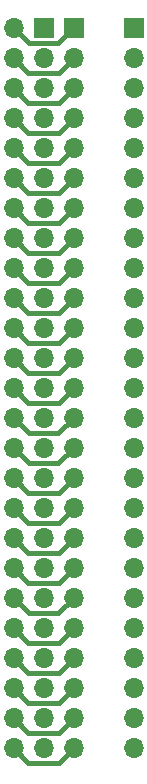
<source format=gbr>
%TF.GenerationSoftware,KiCad,Pcbnew,8.0.4*%
%TF.CreationDate,2024-08-17T03:05:55-04:00*%
%TF.ProjectId,50 pin ribbon adapter,35302070-696e-4207-9269-62626f6e2061,rev?*%
%TF.SameCoordinates,Original*%
%TF.FileFunction,Copper,L2,Bot*%
%TF.FilePolarity,Positive*%
%FSLAX46Y46*%
G04 Gerber Fmt 4.6, Leading zero omitted, Abs format (unit mm)*
G04 Created by KiCad (PCBNEW 8.0.4) date 2024-08-17 03:05:55*
%MOMM*%
%LPD*%
G01*
G04 APERTURE LIST*
%TA.AperFunction,ComponentPad*%
%ADD10R,1.700000X1.700000*%
%TD*%
%TA.AperFunction,ComponentPad*%
%ADD11O,1.700000X1.700000*%
%TD*%
%TA.AperFunction,Conductor*%
%ADD12C,0.400000*%
%TD*%
G04 APERTURE END LIST*
D10*
%TO.P,J2,1,Pin_1*%
%TO.N,Net-(J2-Pin_1)*%
X152400000Y-38100000D03*
D11*
%TO.P,J2,2,Pin_2*%
%TO.N,Net-(J2-Pin_2)*%
X152400000Y-40640000D03*
%TO.P,J2,3,Pin_3*%
%TO.N,Net-(J2-Pin_3)*%
X152400000Y-43180000D03*
%TO.P,J2,4,Pin_4*%
%TO.N,Net-(J2-Pin_4)*%
X152400000Y-45720000D03*
%TO.P,J2,5,Pin_5*%
%TO.N,Net-(J2-Pin_5)*%
X152400000Y-48260000D03*
%TO.P,J2,6,Pin_6*%
%TO.N,Net-(J2-Pin_6)*%
X152400000Y-50800000D03*
%TO.P,J2,7,Pin_7*%
%TO.N,Net-(J2-Pin_7)*%
X152400000Y-53340000D03*
%TO.P,J2,8,Pin_8*%
%TO.N,Net-(J2-Pin_8)*%
X152400000Y-55880000D03*
%TO.P,J2,9,Pin_9*%
%TO.N,Net-(J2-Pin_9)*%
X152400000Y-58420000D03*
%TO.P,J2,10,Pin_10*%
%TO.N,Net-(J2-Pin_10)*%
X152400000Y-60960000D03*
%TO.P,J2,11,Pin_11*%
%TO.N,Net-(J2-Pin_11)*%
X152400000Y-63500000D03*
%TO.P,J2,12,Pin_12*%
%TO.N,Net-(J2-Pin_12)*%
X152400000Y-66040000D03*
%TO.P,J2,13,Pin_13*%
%TO.N,Net-(J2-Pin_13)*%
X152400000Y-68580000D03*
%TO.P,J2,14,Pin_14*%
%TO.N,Net-(J2-Pin_14)*%
X152400000Y-71120000D03*
%TO.P,J2,15,Pin_15*%
%TO.N,Net-(J2-Pin_15)*%
X152400000Y-73660000D03*
%TO.P,J2,16,Pin_16*%
%TO.N,Net-(J2-Pin_16)*%
X152400000Y-76200000D03*
%TO.P,J2,17,Pin_17*%
%TO.N,Net-(J2-Pin_17)*%
X152400000Y-78740000D03*
%TO.P,J2,18,Pin_18*%
%TO.N,Net-(J2-Pin_18)*%
X152400000Y-81280000D03*
%TO.P,J2,19,Pin_19*%
%TO.N,Net-(J2-Pin_19)*%
X152400000Y-83820000D03*
%TO.P,J2,20,Pin_20*%
%TO.N,Net-(J2-Pin_20)*%
X152400000Y-86360000D03*
%TO.P,J2,21,Pin_21*%
%TO.N,Net-(J2-Pin_21)*%
X152400000Y-88900000D03*
%TO.P,J2,22,Pin_22*%
%TO.N,Net-(J2-Pin_22)*%
X152400000Y-91440000D03*
%TO.P,J2,23,Pin_23*%
%TO.N,Net-(J2-Pin_23)*%
X152400000Y-93980000D03*
%TO.P,J2,24,Pin_24*%
%TO.N,Net-(J2-Pin_24)*%
X152400000Y-96520000D03*
%TO.P,J2,25,Pin_25*%
%TO.N,Net-(J2-Pin_25)*%
X152400000Y-99060000D03*
%TD*%
D10*
%TO.P,J1,1,Pin_1*%
%TO.N,Net-(J1-Pin_1)*%
X147320000Y-38100000D03*
D11*
%TO.P,J1,2,Pin_2*%
%TO.N,Net-(J1-Pin_2)*%
X147320000Y-40640000D03*
%TO.P,J1,3,Pin_3*%
%TO.N,Net-(J1-Pin_3)*%
X147320000Y-43180000D03*
%TO.P,J1,4,Pin_4*%
%TO.N,Net-(J1-Pin_4)*%
X147320000Y-45720000D03*
%TO.P,J1,5,Pin_5*%
%TO.N,Net-(J1-Pin_5)*%
X147320000Y-48260000D03*
%TO.P,J1,6,Pin_6*%
%TO.N,Net-(J1-Pin_6)*%
X147320000Y-50800000D03*
%TO.P,J1,7,Pin_7*%
%TO.N,Net-(J1-Pin_7)*%
X147320000Y-53340000D03*
%TO.P,J1,8,Pin_8*%
%TO.N,Net-(J1-Pin_8)*%
X147320000Y-55880000D03*
%TO.P,J1,9,Pin_9*%
%TO.N,Net-(J1-Pin_9)*%
X147320000Y-58420000D03*
%TO.P,J1,10,Pin_10*%
%TO.N,Net-(J1-Pin_10)*%
X147320000Y-60960000D03*
%TO.P,J1,11,Pin_11*%
%TO.N,Net-(J1-Pin_11)*%
X147320000Y-63500000D03*
%TO.P,J1,12,Pin_12*%
%TO.N,Net-(J1-Pin_12)*%
X147320000Y-66040000D03*
%TO.P,J1,13,Pin_13*%
%TO.N,Net-(J1-Pin_13)*%
X147320000Y-68580000D03*
%TO.P,J1,14,Pin_14*%
%TO.N,Net-(J1-Pin_14)*%
X147320000Y-71120000D03*
%TO.P,J1,15,Pin_15*%
%TO.N,Net-(J1-Pin_15)*%
X147320000Y-73660000D03*
%TO.P,J1,16,Pin_16*%
%TO.N,Net-(J1-Pin_16)*%
X147320000Y-76200000D03*
%TO.P,J1,17,Pin_17*%
%TO.N,Net-(J1-Pin_17)*%
X147320000Y-78740000D03*
%TO.P,J1,18,Pin_18*%
%TO.N,Net-(J1-Pin_18)*%
X147320000Y-81280000D03*
%TO.P,J1,19,Pin_19*%
%TO.N,Net-(J1-Pin_19)*%
X147320000Y-83820000D03*
%TO.P,J1,20,Pin_20*%
%TO.N,Net-(J1-Pin_20)*%
X147320000Y-86360000D03*
%TO.P,J1,21,Pin_21*%
%TO.N,Net-(J1-Pin_21)*%
X147320000Y-88900000D03*
%TO.P,J1,22,Pin_22*%
%TO.N,Net-(J1-Pin_22)*%
X147320000Y-91440000D03*
%TO.P,J1,23,Pin_23*%
%TO.N,Net-(J1-Pin_23)*%
X147320000Y-93980000D03*
%TO.P,J1,24,Pin_24*%
%TO.N,Net-(J1-Pin_24)*%
X147320000Y-96520000D03*
%TO.P,J1,25,Pin_25*%
%TO.N,Net-(J1-Pin_25)*%
X147320000Y-99060000D03*
%TD*%
D10*
%TO.P,J3,1,Pin_1*%
%TO.N,Net-(J2-Pin_1)*%
X144780000Y-38100000D03*
D11*
%TO.P,J3,2,Pin_2*%
%TO.N,Net-(J1-Pin_1)*%
X142240000Y-38100000D03*
%TO.P,J3,3,Pin_3*%
%TO.N,Net-(J2-Pin_2)*%
X144780000Y-40640000D03*
%TO.P,J3,4,Pin_4*%
%TO.N,Net-(J1-Pin_2)*%
X142240000Y-40640000D03*
%TO.P,J3,5,Pin_5*%
%TO.N,Net-(J2-Pin_3)*%
X144780000Y-43180000D03*
%TO.P,J3,6,Pin_6*%
%TO.N,Net-(J1-Pin_3)*%
X142240000Y-43180000D03*
%TO.P,J3,7,Pin_7*%
%TO.N,Net-(J2-Pin_4)*%
X144780000Y-45720000D03*
%TO.P,J3,8,Pin_8*%
%TO.N,Net-(J1-Pin_4)*%
X142240000Y-45720000D03*
%TO.P,J3,9,Pin_9*%
%TO.N,Net-(J2-Pin_5)*%
X144780000Y-48260000D03*
%TO.P,J3,10,Pin_10*%
%TO.N,Net-(J1-Pin_5)*%
X142240000Y-48260000D03*
%TO.P,J3,11,Pin_11*%
%TO.N,Net-(J2-Pin_6)*%
X144780000Y-50800000D03*
%TO.P,J3,12,Pin_12*%
%TO.N,Net-(J1-Pin_6)*%
X142240000Y-50800000D03*
%TO.P,J3,13,Pin_13*%
%TO.N,Net-(J2-Pin_7)*%
X144780000Y-53340000D03*
%TO.P,J3,14,Pin_14*%
%TO.N,Net-(J1-Pin_7)*%
X142240000Y-53340000D03*
%TO.P,J3,15,Pin_15*%
%TO.N,Net-(J2-Pin_8)*%
X144780000Y-55880000D03*
%TO.P,J3,16,Pin_16*%
%TO.N,Net-(J1-Pin_8)*%
X142240000Y-55880000D03*
%TO.P,J3,17,Pin_17*%
%TO.N,Net-(J2-Pin_9)*%
X144780000Y-58420000D03*
%TO.P,J3,18,Pin_18*%
%TO.N,Net-(J1-Pin_9)*%
X142240000Y-58420000D03*
%TO.P,J3,19,Pin_19*%
%TO.N,Net-(J2-Pin_10)*%
X144780000Y-60960000D03*
%TO.P,J3,20,Pin_20*%
%TO.N,Net-(J1-Pin_10)*%
X142240000Y-60960000D03*
%TO.P,J3,21,Pin_21*%
%TO.N,Net-(J2-Pin_11)*%
X144780000Y-63500000D03*
%TO.P,J3,22,Pin_22*%
%TO.N,Net-(J1-Pin_11)*%
X142240000Y-63500000D03*
%TO.P,J3,23,Pin_23*%
%TO.N,Net-(J2-Pin_12)*%
X144780000Y-66040000D03*
%TO.P,J3,24,Pin_24*%
%TO.N,Net-(J1-Pin_12)*%
X142240000Y-66040000D03*
%TO.P,J3,25,Pin_25*%
%TO.N,Net-(J2-Pin_13)*%
X144780000Y-68580000D03*
%TO.P,J3,26,Pin_26*%
%TO.N,Net-(J1-Pin_13)*%
X142240000Y-68580000D03*
%TO.P,J3,27,Pin_27*%
%TO.N,Net-(J2-Pin_14)*%
X144780000Y-71120000D03*
%TO.P,J3,28,Pin_28*%
%TO.N,Net-(J1-Pin_14)*%
X142240000Y-71120000D03*
%TO.P,J3,29,Pin_29*%
%TO.N,Net-(J2-Pin_15)*%
X144780000Y-73660000D03*
%TO.P,J3,30,Pin_30*%
%TO.N,Net-(J1-Pin_15)*%
X142240000Y-73660000D03*
%TO.P,J3,31,Pin_31*%
%TO.N,Net-(J2-Pin_16)*%
X144780000Y-76200000D03*
%TO.P,J3,32,Pin_32*%
%TO.N,Net-(J1-Pin_16)*%
X142240000Y-76200000D03*
%TO.P,J3,33,Pin_33*%
%TO.N,Net-(J2-Pin_17)*%
X144780000Y-78740000D03*
%TO.P,J3,34,Pin_34*%
%TO.N,Net-(J1-Pin_17)*%
X142240000Y-78740000D03*
%TO.P,J3,35,Pin_35*%
%TO.N,Net-(J2-Pin_18)*%
X144780000Y-81280000D03*
%TO.P,J3,36,Pin_36*%
%TO.N,Net-(J1-Pin_18)*%
X142240000Y-81280000D03*
%TO.P,J3,37,Pin_37*%
%TO.N,Net-(J2-Pin_19)*%
X144780000Y-83820000D03*
%TO.P,J3,38,Pin_38*%
%TO.N,Net-(J1-Pin_19)*%
X142240000Y-83820000D03*
%TO.P,J3,39,Pin_39*%
%TO.N,Net-(J2-Pin_20)*%
X144780000Y-86360000D03*
%TO.P,J3,40,Pin_40*%
%TO.N,Net-(J1-Pin_20)*%
X142240000Y-86360000D03*
%TO.P,J3,41,Pin_41*%
%TO.N,Net-(J2-Pin_21)*%
X144780000Y-88900000D03*
%TO.P,J3,42,Pin_42*%
%TO.N,Net-(J1-Pin_21)*%
X142240000Y-88900000D03*
%TO.P,J3,43,Pin_43*%
%TO.N,Net-(J2-Pin_22)*%
X144780000Y-91440000D03*
%TO.P,J3,44,Pin_44*%
%TO.N,Net-(J1-Pin_22)*%
X142240000Y-91440000D03*
%TO.P,J3,45,Pin_45*%
%TO.N,Net-(J2-Pin_23)*%
X144780000Y-93980000D03*
%TO.P,J3,46,Pin_46*%
%TO.N,Net-(J1-Pin_23)*%
X142240000Y-93980000D03*
%TO.P,J3,47,Pin_47*%
%TO.N,Net-(J2-Pin_24)*%
X144780000Y-96520000D03*
%TO.P,J3,48,Pin_48*%
%TO.N,Net-(J1-Pin_24)*%
X142240000Y-96520000D03*
%TO.P,J3,49,Pin_49*%
%TO.N,Net-(J2-Pin_25)*%
X144780000Y-99060000D03*
%TO.P,J3,50,Pin_50*%
%TO.N,Net-(J1-Pin_25)*%
X142240000Y-99060000D03*
%TD*%
D12*
%TO.N,Net-(J1-Pin_1)*%
X143530000Y-39390000D02*
X142240000Y-38100000D01*
X147320000Y-38100000D02*
X146030000Y-39390000D01*
X146030000Y-39390000D02*
X143530000Y-39390000D01*
%TO.N,Net-(J1-Pin_2)*%
X147320000Y-40640000D02*
X146070000Y-41890000D01*
X143490000Y-41890000D02*
X142240000Y-40640000D01*
X146070000Y-41890000D02*
X143490000Y-41890000D01*
%TO.N,Net-(J1-Pin_3)*%
X147320000Y-43180000D02*
X146070000Y-44430000D01*
X143490000Y-44430000D02*
X142240000Y-43180000D01*
X146070000Y-44430000D02*
X143490000Y-44430000D01*
%TO.N,Net-(J1-Pin_4)*%
X143490000Y-46970000D02*
X142240000Y-45720000D01*
X146070000Y-46970000D02*
X143490000Y-46970000D01*
X147320000Y-45720000D02*
X146070000Y-46970000D01*
%TO.N,Net-(J1-Pin_5)*%
X146070000Y-49510000D02*
X143490000Y-49510000D01*
X143490000Y-49510000D02*
X142240000Y-48260000D01*
X147320000Y-48260000D02*
X146070000Y-49510000D01*
%TO.N,Net-(J1-Pin_6)*%
X143490000Y-52050000D02*
X142240000Y-50800000D01*
X146070000Y-52050000D02*
X143490000Y-52050000D01*
X147320000Y-50800000D02*
X146070000Y-52050000D01*
%TO.N,Net-(J1-Pin_7)*%
X147320000Y-53340000D02*
X146070000Y-54590000D01*
X143490000Y-54590000D02*
X142240000Y-53340000D01*
X146070000Y-54590000D02*
X143490000Y-54590000D01*
%TO.N,Net-(J1-Pin_8)*%
X143490000Y-57130000D02*
X142240000Y-55880000D01*
X147320000Y-55880000D02*
X146070000Y-57130000D01*
X146070000Y-57130000D02*
X143490000Y-57130000D01*
%TO.N,Net-(J1-Pin_9)*%
X147320000Y-58420000D02*
X146070000Y-59670000D01*
X143490000Y-59670000D02*
X142240000Y-58420000D01*
X146070000Y-59670000D02*
X143490000Y-59670000D01*
%TO.N,Net-(J1-Pin_10)*%
X143490000Y-62210000D02*
X142240000Y-60960000D01*
X147320000Y-60960000D02*
X146070000Y-62210000D01*
X146070000Y-62210000D02*
X143490000Y-62210000D01*
%TO.N,Net-(J1-Pin_11)*%
X146070000Y-64750000D02*
X143490000Y-64750000D01*
X147320000Y-63500000D02*
X146070000Y-64750000D01*
X143490000Y-64750000D02*
X142240000Y-63500000D01*
%TO.N,Net-(J1-Pin_12)*%
X143490000Y-67290000D02*
X142240000Y-66040000D01*
X146070000Y-67290000D02*
X143490000Y-67290000D01*
X147320000Y-66040000D02*
X146070000Y-67290000D01*
%TO.N,Net-(J1-Pin_13)*%
X142240000Y-68580000D02*
X143490000Y-69830000D01*
X143490000Y-69830000D02*
X146070000Y-69830000D01*
X146070000Y-69830000D02*
X147320000Y-68580000D01*
%TO.N,Net-(J1-Pin_14)*%
X147320000Y-71120000D02*
X146030000Y-72410000D01*
X146030000Y-72410000D02*
X143530000Y-72410000D01*
X143530000Y-72410000D02*
X142240000Y-71120000D01*
%TO.N,Net-(J1-Pin_15)*%
X142240000Y-73660000D02*
X143530000Y-74950000D01*
X143530000Y-74950000D02*
X146030000Y-74950000D01*
X146030000Y-74950000D02*
X147320000Y-73660000D01*
%TO.N,Net-(J1-Pin_16)*%
X146070000Y-77450000D02*
X143490000Y-77450000D01*
X143490000Y-77450000D02*
X142240000Y-76200000D01*
X147320000Y-76200000D02*
X146070000Y-77450000D01*
%TO.N,Net-(J1-Pin_17)*%
X146070000Y-79990000D02*
X147320000Y-78740000D01*
X143490000Y-79990000D02*
X146070000Y-79990000D01*
X142240000Y-78740000D02*
X143490000Y-79990000D01*
%TO.N,Net-(J1-Pin_18)*%
X147320000Y-81280000D02*
X146070000Y-82530000D01*
X146070000Y-82530000D02*
X143490000Y-82530000D01*
X143490000Y-82530000D02*
X142240000Y-81280000D01*
%TO.N,Net-(J1-Pin_19)*%
X146070000Y-85070000D02*
X147320000Y-83820000D01*
X143490000Y-85070000D02*
X146070000Y-85070000D01*
X142240000Y-83820000D02*
X143490000Y-85070000D01*
%TO.N,Net-(J1-Pin_20)*%
X143530000Y-87650000D02*
X146030000Y-87650000D01*
X146030000Y-87650000D02*
X147320000Y-86360000D01*
X142240000Y-86360000D02*
X143530000Y-87650000D01*
%TO.N,Net-(J1-Pin_21)*%
X143490000Y-90150000D02*
X142240000Y-88900000D01*
X147320000Y-88900000D02*
X146070000Y-90150000D01*
X146070000Y-90150000D02*
X143490000Y-90150000D01*
%TO.N,Net-(J1-Pin_22)*%
X143490000Y-92690000D02*
X146070000Y-92690000D01*
X142240000Y-91440000D02*
X143490000Y-92690000D01*
X146070000Y-92690000D02*
X147320000Y-91440000D01*
%TO.N,Net-(J1-Pin_23)*%
X143490000Y-95230000D02*
X142240000Y-93980000D01*
X146070000Y-95230000D02*
X143490000Y-95230000D01*
X147320000Y-93980000D02*
X146070000Y-95230000D01*
%TO.N,Net-(J1-Pin_24)*%
X146070000Y-97770000D02*
X147320000Y-96520000D01*
X142240000Y-96520000D02*
X143490000Y-97770000D01*
X143490000Y-97770000D02*
X146070000Y-97770000D01*
%TO.N,Net-(J1-Pin_25)*%
X142240000Y-99060000D02*
X143490000Y-100310000D01*
X143490000Y-100310000D02*
X146070000Y-100310000D01*
X146070000Y-100310000D02*
X147320000Y-99060000D01*
%TD*%
M02*

</source>
